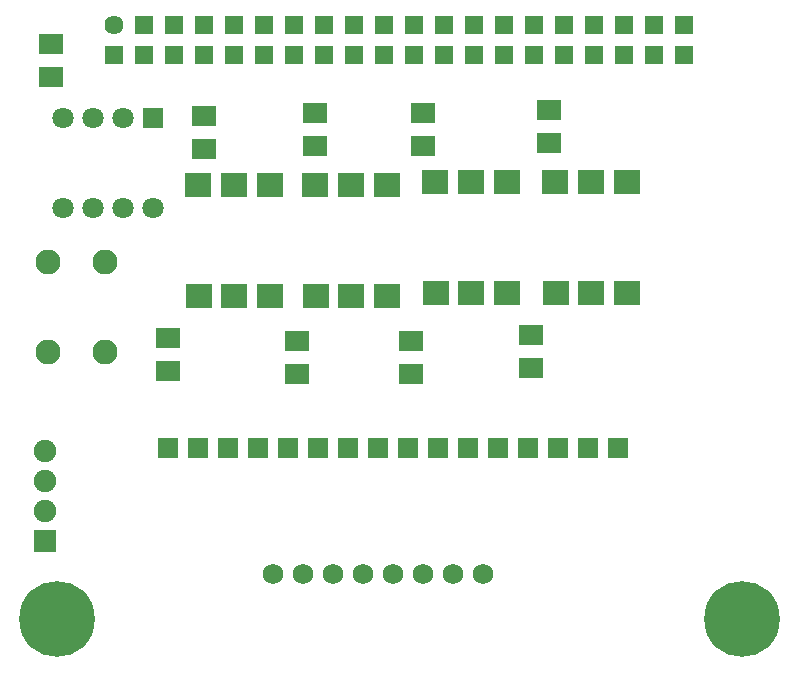
<source format=gbs>
G04 ---------------------------- Layer name :BOTTOM SOLDER LAYER*
G04 Sat, 24 Nov 2018 04:00:05 GMT*
G04 67e7144068ef4060983f5ba8a8309223*
G04 Gerber Generator version 0.2*
G04 Scale: 100 percent, Rotated: No, Reflected: No *
G04 Dimensions in inches *
G04 leading zeros omitted , absolute positions ,2 integer and 4 decimal *
%FSLAX24Y24*%
%MOIN*%
G90*
G70D02*

%ADD35R,0.071000X0.071000*%
%ADD36C,0.071000*%
%ADD37C,0.083000*%
%ADD38R,0.086740X0.078866*%
%ADD39R,0.074929X0.074929*%
%ADD40C,0.074929*%
%ADD41C,0.068000*%
%ADD42R,0.078900X0.071000*%
%ADD44C,0.252100*%
%ADD45R,0.063700X0.063700*%
%ADD46C,0.063700*%
%ADD47R,0.070000X0.070000*%

G04 ---------------------------- copperAreaA Start*

G04 ---------------------------- copperAreaA End*

G04 ---------------------------- planeZoneA Start*

G04 ---------------------------- planeZoneA End*

G04 ---------------------------- Positive polarity*

%LPD*%

G04 ---------------------------- track start*

G04 ---------------------------- track end*

G04 ---------------------------- text start*

G04 ---------------------------- text end*

G04 ---------------------------- protractor start*

G04 ---------------------------- protractor end*

G04 ---------------------------- PAD Start*
G54D38*
G01X14100Y15950D03*
G01X16493Y15950D03*
G01X16499Y12250D03*
G01X15301Y12251D03*
G01X14105Y12251D03*
G01X15297Y15950D03*
G01X10100Y15850D03*
G01X11297Y15850D03*
G01X12493Y15850D03*
G01X12499Y12150D03*
G01X11301Y12151D03*
G01X10105Y12151D03*
G01X6200Y15850D03*
G01X7397Y15850D03*
G01X8593Y15850D03*
G01X8599Y12150D03*
G01X7401Y12151D03*
G01X6205Y12151D03*
G54D42*
G01X6400Y18150D03*
G01X6400Y17050D03*
G01X13300Y10650D03*
G01X13300Y9550D03*
G01X17300Y10850D03*
G01X17300Y9750D03*
G01X5200Y10750D03*
G01X5200Y9650D03*
G01X10100Y18250D03*
G01X10100Y17150D03*
G01X9500Y10650D03*
G01X9500Y9550D03*
G01X13700Y18250D03*
G01X13700Y17150D03*
G01X17900Y18350D03*
G01X17900Y17250D03*
G54D38*
G01X18100Y15950D03*
G01X19297Y15950D03*
G01X20493Y15950D03*
G01X20499Y12250D03*
G01X19301Y12251D03*
G01X18105Y12251D03*
G54D42*
G01X1300Y19450D03*
G01X1300Y20550D03*
G54D35*
G01X4700Y18100D03*
G54D36*
G01X3700Y18100D03*
G01X2700Y18100D03*
G01X1700Y18100D03*
G01X1700Y15100D03*
G01X2700Y15100D03*
G01X3700Y15100D03*
G01X4700Y15100D03*
G54D37*
G01X3100Y13300D03*
G01X3100Y10300D03*
G01X1200Y13300D03*
G01X1200Y10300D03*
G54D39*
G01X1100Y4000D03*
G54D40*
G01X1100Y5000D03*
G01X1100Y6000D03*
G01X1100Y7000D03*
G54D41*
G01X15700Y2900D03*
G01X14700Y2900D03*
G01X13700Y2900D03*
G01X12700Y2900D03*
G01X11700Y2900D03*
G01X10700Y2900D03*
G01X9700Y2900D03*
G01X8700Y2900D03*
G54D44*
G01X1480Y1380D03*
G01X24310Y1380D03*
G54D45*
G01X3400Y20169D03*
G01X4400Y20169D03*
G01X5400Y20169D03*
G01X6400Y20169D03*
G01X7400Y20169D03*
G01X8400Y20169D03*
G54D46*
G01X3400Y21169D03*
G54D45*
G01X4400Y21169D03*
G01X5400Y21169D03*
G01X6400Y21169D03*
G01X7400Y21169D03*
G01X8400Y21169D03*
G01X9400Y20169D03*
G01X9400Y21169D03*
G01X10400Y20169D03*
G01X11400Y20169D03*
G01X12400Y20169D03*
G01X13400Y20169D03*
G01X14400Y20169D03*
G01X15400Y20169D03*
G01X10400Y21169D03*
G01X11400Y21169D03*
G01X12400Y21169D03*
G01X13400Y21169D03*
G01X14400Y21169D03*
G01X15400Y21169D03*
G01X16400Y20169D03*
G01X16400Y21169D03*
G01X17400Y20169D03*
G01X18400Y20169D03*
G01X19400Y20169D03*
G01X20400Y20169D03*
G01X21400Y20169D03*
G01X22400Y20169D03*
G01X17400Y21169D03*
G01X18400Y21169D03*
G01X19400Y21169D03*
G01X20400Y21169D03*
G01X21400Y21169D03*
G01X22400Y21169D03*
G54D47*
G01X18200Y7100D03*
G01X17200Y7100D03*
G01X15200Y7100D03*
G01X16200Y7100D03*
G01X11200Y7100D03*
G01X12200Y7100D03*
G01X7200Y7100D03*
G01X8200Y7100D03*
G01X5200Y7100D03*
G01X6200Y7100D03*
G01X19200Y7100D03*
G01X20200Y7100D03*
G01X14200Y7100D03*
G01X13200Y7100D03*
G01X10200Y7100D03*
G01X9200Y7100D03*

G04 ---------------------------- PAD End*

G04 ---------------------------- ARC Start*

G04 ---------------------------- ARC End*

G04 ---------------------------- CIRCLE Start*

G04 ---------------------------- CIRCLE End*

G04 ---------------------------- RECT Start*

G04 ---------------------------- RECT End*

G04 ---------------------------- SOLIDREGION Start*

G04 ---------------------------- SOLIDREGION End*

G04 ---------------------------- ALL layer Pad Via Start*

G04 ---------------------------- ALL layer Pad Via End*
M00*
M02*

</source>
